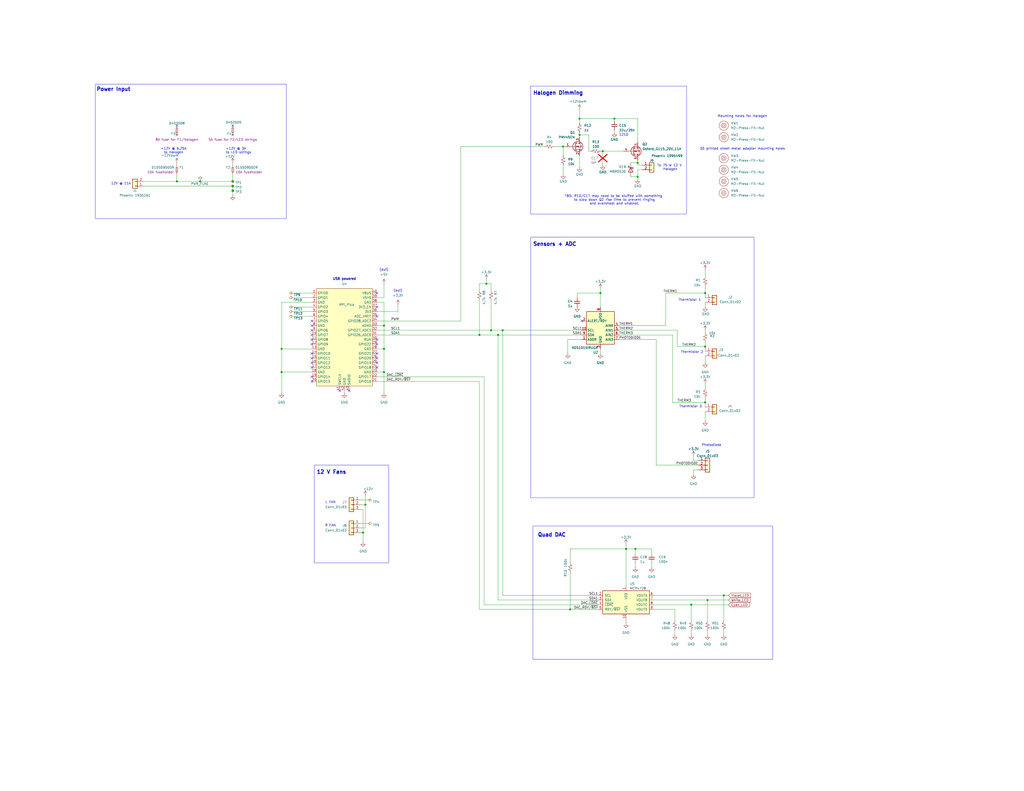
<source format=kicad_sch>
(kicad_sch (version 20250114) (generator "eeschema") (generator_version "9.0")
  (paper "C")
  (title_block (title "OreSat Solar Simulator") (date "2024-08-19") (rev "1.2"))
  (rectangle (start 52.07 45.974) (end 156.21 119.38))
  (rectangle (start 290.83 287.274) (end 421.64 360.045))
  (rectangle (start 289.56 129.54) (end 411.48 271.78))
  (rectangle (start 289.56 46.99) (end 374.65 116.84))
  (rectangle (start 171.45 254) (end 212.09 307.34))
  (text "+12V @ 6.25A\nto Halogen" (at 94.742 82.296 0) (effects (font (size 1.27 1.27))))
  (text "Photodiode" (at 393.7 243.84 0) (effects (font (size 1.27 1.27)) (justify right bottom)))
  (text "(out)" (at 217.17 158.75 0) (effects (font (size 1.27 1.27) (thickness 0.1588))))
  (text "Thermistor 1" (at 382.524 164.592 0) (effects (font (size 1.27 1.27)) (justify right bottom)))
  (text "Sensors + ADC" (at 290.83 134.62 0) (effects (font (size 2.032 2.032) (thickness 0.4064) (bold yes)) (justify left bottom)))
  (text "L FAN" (at 180.34 274.32 0) (effects (font (size 1.27 1.27))))
  (text "12 V Fans" (at 172.72 259.08 0) (effects (font (size 2.032 2.032) (thickness 0.4064) (bold yes)) (justify left bottom)))
  (text "3D printed sheet metal adapter mounting holes\n" (at 405.13 81.28 0) (effects (font (size 1.27 1.27))))
  (text "Halogen Dimming" (at 290.83 52.07 0) (effects (font (size 2.032 2.032) (thickness 0.4064) (bold yes)) (justify left bottom)))
  (text "TBD: R13/C17 may need to be stuffed with something \nto slow down Q2 rise time to prevent ringing\nand overshoot and whatnot." (at 335.28 109.22 0) (effects (font (size 1.27 1.27))))
  (text "Mounting holes for Halogen" (at 405.13 63.5 0) (effects (font (size 1.27 1.27))))
  (text "12V @ 11A" (at 66.04 100.33 0) (effects (font (size 1.27 1.27))))
  (text "To 75 W 12 V \nHalogen" (at 365.76 91.44 0) (effects (font (size 1.27 1.27))))
  (text "Quad DAC" (at 293.37 293.37 0) (effects (font (size 2.032 2.032) (thickness 0.4064) (bold yes)) (justify left bottom)))
  (text "+12V @ 3A\nto LED strings" (at 123.19 84.074 0) (effects (font (size 1.27 1.27)) (justify left bottom)))
  (text "Thermistor 3" (at 383.032 222.758 0) (effects (font (size 1.27 1.27)) (justify right bottom)))
  (text "Thermistor 2" (at 383.794 193.04 0) (effects (font (size 1.27 1.27)) (justify right bottom)))
  (text "Power Input" (at 52.578 50.038 0) (effects (font (size 2.032 2.032) (thickness 0.4064) (bold yes)) (justify left bottom)))
  (text "1210" (at 340.36 73.66 0) (effects (font (size 1.27 1.27))))
  (text "(out)" (at 209.55 147.32 0) (effects (font (size 1.27 1.27) (thickness 0.1588))))
  (text "R FAN" (at 180.34 287.02 0) (effects (font (size 1.27 1.27))))
  (text "USB powered" (at 187.96 152.4 0) (effects (font (size 1.27 1.27) (thickness 0.254) (bold yes))))
  (junction (at 335.28 64.77))
  (junction (at 328.93 82.55))
  (junction (at 316.23 64.77))
  (junction (at 109.22 99.06))
  (junction (at 341.63 299.72))
  (junction (at 384.81 189.23))
  (junction (at 153.67 190.5))
  (junction (at 316.23 73.66))
  (junction (at 327.66 160.02))
  (junction (at 377.19 330.2))
  (junction (at 307.34 80.01))
  (junction (at 346.71 299.72))
  (junction (at 199.39 275.59))
  (junction (at 271.78 182.88))
  (junction (at 274.32 180.34))
  (junction (at 384.81 219.71))
  (junction (at 127 101.6))
  (junction (at 311.15 332.74))
  (junction (at 209.55 203.2))
  (junction (at 265.43 154.94))
  (junction (at 384.81 160.02))
  (junction (at 261.62 182.88))
  (junction (at 209.55 190.5))
  (junction (at 347.98 88.9))
  (junction (at 127 99.06))
  (junction (at 153.67 203.2))
  (junction (at 394.97 325.12))
  (junction (at 386.08 327.66))
  (junction (at 198.12 290.83))
  (junction (at 96.52 99.06))
  (junction (at 209.55 177.8))
  (junction (at 127 104.14))
  (junction (at 347.98 96.52))
  (junction (at 267.97 180.34))
  (no_connect (at 205.74 172.72))
  (no_connect (at 205.74 160.02))
  (no_connect (at 205.74 193.04))
  (no_connect (at 127 68.58))
  (no_connect (at 170.18 193.04))
  (no_connect (at 170.18 182.88))
  (no_connect (at 96.52 73.66))
  (no_connect (at 96.52 68.58))
  (no_connect (at 170.18 180.34))
  (no_connect (at 205.74 195.58))
  (no_connect (at 127 73.66))
  (no_connect (at 170.18 200.66))
  (no_connect (at 317.5 175.26))
  (no_connect (at 205.74 198.12))
  (no_connect (at 170.18 205.74))
  (no_connect (at 170.18 187.96))
  (no_connect (at 190.5 213.36))
  (no_connect (at 170.18 208.28))
  (no_connect (at 205.74 187.96))
  (no_connect (at 170.18 195.58))
  (no_connect (at 170.18 177.8))
  (no_connect (at 170.18 198.12))
  (no_connect (at 205.74 167.64))
  (no_connect (at 170.18 175.26))
  (no_connect (at 205.74 185.42))
  (no_connect (at 170.18 185.42))
  (no_connect (at 185.42 213.36))
  (no_connect (at 205.74 200.66))
  (wire (pts (xy 153.67 203.2) (xy 170.18 203.2)))
  (wire (pts (xy 205.74 190.5) (xy 209.55 190.5)))
  (wire (pts (xy 369.57 189.23) (xy 369.57 180.34)))
  (wire (pts (xy 384.81 180.34) (xy 384.81 181.61)))
  (wire (pts (xy 347.98 96.52) (xy 347.98 97.79)))
  (wire (pts (xy 196.85 288.29) (xy 199.39 288.29)))
  (wire (pts (xy 394.97 325.12) (xy 397.51 325.12)))
  (wire (pts (xy 205.74 162.56) (xy 209.55 162.56)))
  (wire (pts (xy 158.75 167.64) (xy 170.18 167.64)))
  (wire (pts (xy 384.81 189.23) (xy 384.81 186.69)))
  (wire (pts (xy 205.74 177.8) (xy 209.55 177.8)))
  (wire (pts (xy 341.63 299.72) (xy 341.63 320.04)))
  (wire (pts (xy 158.75 162.56) (xy 170.18 162.56)))
  (wire (pts (xy 384.81 189.23) (xy 369.57 189.23)))
  (wire (pts (xy 311.15 299.72) (xy 341.63 299.72)))
  (wire (pts (xy 271.78 327.66) (xy 326.39 327.66)))
  (wire (pts (xy 274.32 180.34) (xy 317.5 180.34)))
  (wire (pts (xy 377.19 330.2) (xy 397.51 330.2)))
  (wire (pts (xy 187.96 213.36) (xy 187.96 214.63)))
  (wire (pts (xy 327.66 157.48) (xy 327.66 160.02)))
  (wire (pts (xy 271.78 182.88) (xy 271.78 327.66)))
  (wire (pts (xy 381 251.46) (xy 378.46 251.46)))
  (wire (pts (xy 384.81 165.1) (xy 384.81 167.64)))
  (wire (pts (xy 346.71 307.34) (xy 346.71 309.88)))
  (wire (pts (xy 367.03 182.88) (xy 337.82 182.88)))
  (wire (pts (xy 394.97 346.71) (xy 394.97 344.17)))
  (wire (pts (xy 205.74 182.88) (xy 261.62 182.88)))
  (wire (pts (xy 265.43 154.94) (xy 267.97 154.94)))
  (wire (pts (xy 274.32 325.12) (xy 326.39 325.12)))
  (wire (pts (xy 347.98 87.63) (xy 347.98 88.9)))
  (wire (pts (xy 251.46 80.01) (xy 297.18 80.01)))
  (wire (pts (xy 261.62 332.74) (xy 261.62 208.28)))
  (wire (pts (xy 327.66 190.5) (xy 327.66 193.04)))
  (wire (pts (xy 377.19 346.71) (xy 377.19 344.17)))
  (wire (pts (xy 355.6 299.72) (xy 346.71 299.72)))
  (wire (pts (xy 335.28 64.77) (xy 347.98 64.77)))
  (wire (pts (xy 316.23 64.77) (xy 316.23 67.31)))
  (wire (pts (xy 309.88 185.42) (xy 309.88 193.04)))
  (wire (pts (xy 158.75 172.72) (xy 170.18 172.72)))
  (wire (pts (xy 378.46 251.46) (xy 378.46 248.92)))
  (wire (pts (xy 96.52 88.9) (xy 96.52 90.17)))
  (wire (pts (xy 358.14 254) (xy 358.14 185.42)))
  (wire (pts (xy 327.66 160.02) (xy 314.96 160.02)))
  (wire (pts (xy 384.81 160.02) (xy 363.22 160.02)))
  (wire (pts (xy 265.43 152.4) (xy 265.43 154.94)))
  (wire (pts (xy 309.88 185.42) (xy 317.5 185.42)))
  (wire (pts (xy 356.87 330.2) (xy 377.19 330.2)))
  (wire (pts (xy 394.97 325.12) (xy 394.97 339.09)))
  (wire (pts (xy 261.62 154.94) (xy 265.43 154.94)))
  (wire (pts (xy 368.3 332.74) (xy 368.3 339.09)))
  (wire (pts (xy 377.19 330.2) (xy 377.19 339.09)))
  (wire (pts (xy 153.67 190.5) (xy 170.18 190.5)))
  (wire (pts (xy 314.96 162.56) (xy 314.96 160.02)))
  (wire (pts (xy 384.81 222.25) (xy 384.81 219.71)))
  (wire (pts (xy 158.75 160.02) (xy 170.18 160.02)))
  (wire (pts (xy 217.17 170.18) (xy 217.17 166.37)))
  (wire (pts (xy 356.87 325.12) (xy 394.97 325.12)))
  (wire (pts (xy 199.39 270.51) (xy 199.39 275.59)))
  (wire (pts (xy 378.46 256.54) (xy 381 256.54)))
  (wire (pts (xy 316.23 64.77) (xy 335.28 64.77)))
  (wire (pts (xy 384.81 209.55) (xy 384.81 212.09)))
  (wire (pts (xy 347.98 64.77) (xy 347.98 77.47)))
  (wire (pts (xy 205.74 170.18) (xy 217.17 170.18)))
  (wire (pts (xy 327.66 160.02) (xy 327.66 167.64)))
  (wire (pts (xy 205.74 208.28) (xy 261.62 208.28)))
  (wire (pts (xy 199.39 288.29) (xy 199.39 275.59)))
  (wire (pts (xy 205.74 175.26) (xy 251.46 175.26)))
  (wire (pts (xy 261.62 182.88) (xy 271.78 182.88)))
  (wire (pts (xy 307.34 90.17) (xy 307.34 95.25)))
  (wire (pts (xy 261.62 332.74) (xy 311.15 332.74)))
  (wire (pts (xy 261.62 154.94) (xy 261.62 158.75)))
  (wire (pts (xy 384.81 224.79) (xy 384.81 229.87)))
  (wire (pts (xy 316.23 59.69) (xy 316.23 64.77)))
  (wire (pts (xy 367.03 182.88) (xy 367.03 219.71)))
  (wire (pts (xy 328.93 88.9) (xy 328.93 90.17)))
  (wire (pts (xy 127 90.17) (xy 127 88.9)))
  (wire (pts (xy 264.16 330.2) (xy 326.39 330.2)))
  (wire (pts (xy 341.63 297.18) (xy 341.63 299.72)))
  (wire (pts (xy 358.14 185.42) (xy 337.82 185.42)))
  (wire (pts (xy 96.52 95.25) (xy 96.52 99.06)))
  (wire (pts (xy 347.98 90.17) (xy 350.52 90.17)))
  (wire (pts (xy 153.67 203.2) (xy 153.67 214.63)))
  (wire (pts (xy 170.18 165.1) (xy 153.67 165.1)))
  (wire (pts (xy 153.67 190.5) (xy 153.67 203.2)))
  (wire (pts (xy 209.55 203.2) (xy 209.55 190.5)))
  (wire (pts (xy 78.74 99.06) (xy 96.52 99.06)))
  (wire (pts (xy 344.17 96.52) (xy 347.98 96.52)))
  (wire (pts (xy 209.55 214.63) (xy 209.55 203.2)))
  (wire (pts (xy 267.97 180.34) (xy 274.32 180.34)))
  (wire (pts (xy 198.12 290.83) (xy 196.85 290.83)))
  (wire (pts (xy 267.97 158.75) (xy 267.97 154.94)))
  (wire (pts (xy 347.98 92.71) (xy 347.98 96.52)))
  (wire (pts (xy 251.46 175.26) (xy 251.46 80.01)))
  (wire (pts (xy 209.55 165.1) (xy 205.74 165.1)))
  (wire (pts (xy 127 104.14) (xy 127 106.68)))
  (wire (pts (xy 198.12 278.13) (xy 198.12 290.83)))
  (wire (pts (xy 346.71 302.26) (xy 346.71 299.72)))
  (wire (pts (xy 153.67 165.1) (xy 153.67 190.5)))
  (wire (pts (xy 308.61 80.01) (xy 307.34 80.01)))
  (wire (pts (xy 384.81 156.21) (xy 384.81 160.02)))
  (wire (pts (xy 264.16 330.2) (xy 264.16 205.74)))
  (wire (pts (xy 205.74 203.2) (xy 209.55 203.2)))
  (wire (pts (xy 344.17 88.9) (xy 347.98 88.9)))
  (wire (pts (xy 271.78 182.88) (xy 317.5 182.88)))
  (wire (pts (xy 302.26 80.01) (xy 307.34 80.01)))
  (wire (pts (xy 261.62 163.83) (xy 261.62 182.88)))
  (wire (pts (xy 386.08 346.71) (xy 386.08 344.17)))
  (wire (pts (xy 199.39 275.59) (xy 196.85 275.59)))
  (wire (pts (xy 205.74 180.34) (xy 267.97 180.34)))
  (wire (pts (xy 127 99.06) (xy 127 95.25)))
  (wire (pts (xy 384.81 147.32) (xy 384.81 151.13)))
  (wire (pts (xy 209.55 177.8) (xy 209.55 165.1)))
  (wire (pts (xy 328.93 82.55) (xy 328.93 83.82)))
  (wire (pts (xy 335.28 66.04) (xy 335.28 64.77)))
  (wire (pts (xy 109.22 99.06) (xy 127 99.06)))
  (wire (pts (xy 378.46 259.08) (xy 378.46 256.54)))
  (wire (pts (xy 209.55 190.5) (xy 209.55 177.8)))
  (wire (pts (xy 356.87 327.66) (xy 386.08 327.66)))
  (wire (pts (xy 328.93 82.55) (xy 327.66 82.55)))
  (wire (pts (xy 386.08 327.66) (xy 397.51 327.66)))
  (wire (pts (xy 307.34 80.01) (xy 307.34 85.09)))
  (wire (pts (xy 363.22 177.8) (xy 337.82 177.8)))
  (wire (pts (xy 196.85 285.75) (xy 201.93 285.75)))
  (wire (pts (xy 198.12 290.83) (xy 198.12 295.91)))
  (wire (pts (xy 127 101.6) (xy 127 104.14)))
  (wire (pts (xy 363.22 160.02) (xy 363.22 177.8)))
  (wire (pts (xy 316.23 72.39) (xy 316.23 73.66)))
  (wire (pts (xy 340.36 82.55) (xy 328.93 82.55)))
  (wire (pts (xy 96.52 99.06) (xy 109.22 99.06)))
  (wire (pts (xy 196.85 273.05) (xy 201.93 273.05)))
  (wire (pts (xy 321.31 82.55) (xy 322.58 82.55)))
  (wire (pts (xy 384.81 217.17) (xy 384.81 219.71)))
  (wire (pts (xy 335.28 72.39) (xy 335.28 71.12)))
  (wire (pts (xy 355.6 302.26) (xy 355.6 299.72)))
  (wire (pts (xy 311.15 299.72) (xy 311.15 307.34)))
  (wire (pts (xy 384.81 194.31) (xy 384.81 198.12)))
  (wire (pts (xy 356.87 332.74) (xy 368.3 332.74)))
  (wire (pts (xy 341.63 299.72) (xy 346.71 299.72)))
  (wire (pts (xy 369.57 180.34) (xy 337.82 180.34)))
  (wire (pts (xy 196.85 278.13) (xy 198.12 278.13)))
  (wire (pts (xy 368.3 346.71) (xy 368.3 344.17)))
  (wire (pts (xy 264.16 205.74) (xy 205.74 205.74)))
  (wire (pts (xy 355.6 307.34) (xy 355.6 309.88)))
  (wire (pts (xy 311.15 312.42) (xy 311.15 332.74)))
  (wire (pts (xy 316.23 73.66) (xy 316.23 74.93)))
  (wire (pts (xy 209.55 162.56) (xy 209.55 154.94)))
  (wire (pts (xy 78.74 101.6) (xy 127 101.6)))
  (wire (pts (xy 274.32 180.34) (xy 274.32 325.12)))
  (wire (pts (xy 311.15 332.74) (xy 326.39 332.74)))
  (wire (pts (xy 381 254) (xy 358.14 254)))
  (wire (pts (xy 321.31 82.55) (xy 321.31 73.66)))
  (wire (pts (xy 341.63 337.82) (xy 341.63 340.36)))
  (wire (pts (xy 316.23 73.66) (xy 321.31 73.66)))
  (wire (pts (xy 267.97 163.83) (xy 267.97 180.34)))
  (wire (pts (xy 347.98 88.9) (xy 347.98 90.17)))
  (wire (pts (xy 367.03 219.71) (xy 384.81 219.71)))
  (wire (pts (xy 384.81 189.23) (xy 384.81 191.77)))
  (wire (pts (xy 384.81 160.02) (xy 384.81 162.56)))
  (wire (pts (xy 347.98 92.71) (xy 350.52 92.71)))
  (wire (pts (xy 316.23 85.09) (xy 316.23 91.44)))
  (wire (pts (xy 158.75 170.18) (xy 170.18 170.18)))
  (wire (pts (xy 386.08 327.66) (xy 386.08 339.09)))
  (label "THERM3" (at 377.19 219.71 180))
  (label "THERM2" (at 337.82 180.34 0))
  (label "DAC_RDY{slash}~{BSY}" (at 326.39 332.74 180))
  (label "DAC_~{LDAC}" (at 326.39 330.2 180))
  (label "SDA1" (at 213.36 182.88 0))
  (label "PWM" (at 213.36 175.26 0))
  (label "THERM1" (at 369.57 160.02 180))
  (label "SCL1" (at 317.5 180.34 180))
  (label "PHOTODIODE" (at 337.82 185.42 0))
  (label "THERM3" (at 337.82 182.88 0))
  (label "SCL1" (at 213.36 180.34 0))
  (label "PHOTODIODE" (at 381 254 180))
  (label "THERM2" (at 379.73 189.23 180))
  (label "SDA1" (at 326.39 327.66 180))
  (label "SDA1" (at 317.5 182.88 180))
  (label "THERM1" (at 337.82 177.8 0))
  (label "DAC_RDY{slash}~{BSY}" (at 210.82 208.28 0))
  (label "PWM" (at 292.1 80.01 0))
  (label "DAC_~{LDAC}" (at 210.82 205.74 0))
  (label "SCL1" (at 326.39 325.12 180))
  (global_label "Cyan_LED" (shape input) (at 397.51 330.2 0) (property "Intersheetrefs" "${INTERSHEET_REFS}" (effects (hide yes))))
  (global_label "Violet_LED" (shape input) (at 397.51 325.12 0) (property "Intersheetrefs" "${INTERSHEET_REFS}" (effects (hide yes))))
  (global_label "White_LED" (shape input) (at 397.51 327.66 0) (property "Intersheetrefs" "${INTERSHEET_REFS}" (effects (hide yes))))
  (symbol (lib_id "oresat-misc:TestPoint-MinTH") (at 127 99.06 0) (unit 1)
    (property "Reference" "TP1" (at 128.27 99.695 0) (effects (justify left)))
    (property "Value" "TestPoint-MinTH" (effects (hide yes)))
    (property "Footprint" "oresat-misc:TestPoint-MinTH" (effects (hide yes)))
    (property "Distributor" "DigiKey " (effects (hide yes)))
  )
  (symbol (lib_id "power:GND") (at 346.71 309.88 0) (unit 1)
    (property "Reference" "#PWR044" (effects (hide yes)))
    (property "Value" "GND" (at 346.71 314.96 0))
    (property "Description" "Power symbol creates a global label with name \"GND\" , ground" (effects (hide yes)))
  )
  (symbol (lib_id "Device:Q_NMOS_GSD") (at 313.69 80.01 0) (unit 1)
    (property "Reference" "Q1" (at 311.15 72.39 0) (effects (justify left)))
    (property "Value" "PMV45EN" (at 304.8 74.93 0) (effects (justify left)))
    (property "Footprint" "Package_TO_SOT_SMD:SOT-23-3" (effects (hide yes)))
    (property "Datasheet" "https://assets.nexperia.com/documents/data-sheet/PMV45EN2.pdf" (effects (hide yes)))
    (property "Description" "N-MOSFET transistor, gate/source/drain" (effects (hide yes)))
    (property "DPN" "1727-2307-1-ND" (effects (hide yes)))
    (property "Distributor" "DigiKey" (effects (hide yes)))
    (property "MFR" "Nexperia USA Inc." (effects (hide yes)))
    (property "MPN" "PMV45EN2R" (effects (hide yes)))
  )
  (symbol (lib_id "power:+12V") (at 96.52 88.9 0) (unit 1)
    (property "Reference" "#PWR09" (effects (hide yes)))
    (property "Value" "+12Vpwm" (at 92.71 84.836 0))
    (property "Description" "Power symbol creates a global label with name \"+12V\"" (effects (hide yes)))
  )
  (symbol (lib_id "Device:R_Small_US") (at 299.72 80.01 90) (unit 1)
    (property "Reference" "R4" (at 299.72 74.93 90))
    (property "Value" "100" (at 299.72 77.47 90))
    (property "Footprint" "oresat-passives:0603-C-NOSILK" (effects (hide yes)))
    (property "Datasheet" "https://www.yageo.com/upload/media/product/products/datasheet/rchip/PYu-RC_Group_51_RoHS_L_12.pdf" (effects (hide yes)))
    (property "Description" "100 Ohms ±5% 0.1W, 1/10W Chip Resistor 0603 (1608 Metric) Moisture Resistant Thick Film" (effects (hide yes)))
    (property "DPN" "311-100GRCT-ND" (effects (hide yes)))
    (property "Distributor" "DigiKey" (effects (hide yes)))
    (property "MFR" "Yageo" (effects (hide yes)))
    (property "MPN" "RC0603JR-07100RL" (effects (hide yes)))
  )
  (symbol (lib_id "Device:R_Small_US") (at 316.23 69.85 0) (unit 1)
    (property "Reference" "R12" (at 318.77 68.5799 0) (effects (justify left)))
    (property "Value" "1k" (at 318.77 71.1199 0) (effects (justify left)))
    (property "Footprint" "oresat-passives:0603-C-NOSILK" (effects (hide yes)))
    (property "Description" "Resistor, small US symbol" (effects (hide yes)))
    (property "DPN" "311-1.00KHRCT-ND" (effects (hide yes)))
    (property "Distributor" "DigiKey" (effects (hide yes)))
    (property "MFR" "Yageo" (effects (hide yes)))
    (property "MPN" "RC0603FR-071KL" (effects (hide yes)))
  )
  (symbol (lib_id "oresat-transistors:Goford_G11S_20V_11A") (at 345.44 82.55 0) (mirror x) (unit 1)
    (property "Reference" "Q2" (at 350.52 78.74 0) (effects (justify left)))
    (property "Value" "Goford_G11S_20V_11A" (at 350.52 81.28 0) (effects (justify left)))
    (property "Footprint" "Package_SO:SOP-8_3.9x4.9mm_P1.27mm" (effects (hide yes)))
    (property "Datasheet" "https://www.gofordsemi.com/upload/cn/propdf/G11S.pdf" (effects (hide yes)))
    (property "Description" "P-MOSFET transistor, source/gate/drain" (effects (hide yes)))
    (property "DPN" "3141-G11SCT-ND" (effects (hide yes)))
    (property "Distributor" "DigiKey" (effects (hide yes)))
    (property "MFR" "Goford Semiconductor" (effects (hide yes)))
    (property "MPN" "G11S" (effects (hide yes)))
  )
  (symbol (lib_id "Connector_Generic:Conn_01x02") (at 355.6 90.17 0) (unit 1)
    (property "Reference" "J6" (at 355.6 87.63 0))
    (property "Value" "Phoenix 1995499" (at 363.982 85.09 0))
    (property "Footprint" "TerminalBlock_Phoenix:TerminalBlock_Phoenix_PT-1,5-2-5.0-H_1x02_P5.00mm_Horizontal" (effects (hide yes)))
    (property "Sim.Device" "R" (effects (hide yes)))
    (property "Sim.Pins" "1=+ 2=-" (effects (hide yes)))
    (property "Sim.Params" "r=\"\"" (effects (hide yes)))
    (property "DPN" "277-6718-ND" (effects (hide yes)))
    (property "Distributor" "DigiKey" (effects (hide yes)))
    (property "MPN" "1995499" (effects (hide yes)))
    (property "MFR" "Phoenix Contact" (effects (hide yes)))
  )
  (symbol (lib_id "oresat-misc:M2-Press-Fit-Nut") (at 394.97 92.71 0) (unit 1)
    (property "Reference" "HW4" (at 398.78 91.4399 0) (effects (justify left)))
    (property "Value" "M2-Press-Fit-Nut" (at 398.78 93.9799 0) (effects (justify left)))
    (property "Footprint" "oresat-misc:M2-Press-Fit-Nut" (effects (hide yes)))
  )
  (symbol (lib_id "oresat-misc:M2-Press-Fit-Nut") (at 394.97 86.36 0) (unit 1)
    (property "Reference" "HW3" (at 398.78 85.0899 0) (effects (justify left)))
    (property "Value" "M2-Press-Fit-Nut" (at 398.78 87.6299 0) (effects (justify left)))
    (property "Footprint" "oresat-misc:M2-Press-Fit-Nut" (effects (hide yes)))
  )
  (symbol (lib_id "Device:Fuse_Small") (at 127 71.12 90) (unit 1) (on_board no)
    (property "Reference" "F4" (at 125.095 73.025 90))
    (property "Value" "0452005" (at 127.508 66.802 90))
    (property "Footprint" "Fuse:Fuseholder_Littelfuse_Nano2_154x" (effects (hide yes)))
    (property "Datasheet" "https://www.littelfuse.com/media?resourcetype=datasheets&itemid=8c87aa93-80a7-4ea8-8749-a19ba03901c2&filename=littelfuse-fuse-452-454-datasheet" (effects (hide yes)))
    (property "Description" "5A fuse for F2/LED strings" (at 127 76.2 90))
    (property "DPN" "F2607CT-ND" (effects (hide yes)))
    (property "Distributor" "DigiKey" (effects (hide yes)))
    (property "MFR" "Littelfuse Inc." (effects (hide yes)))
    (property "MPN" "0452005.MRL" (effects (hide yes)))
  )
  (symbol (lib_id "power:GND") (at 368.3 346.71 0) (mirror y) (unit 1)
    (property "Reference" "#PWR051" (effects (hide yes)))
    (property "Value" "GND" (at 368.3 351.79 0))
    (property "Description" "Power symbol creates a global label with name \"GND\" , ground" (effects (hide yes)))
  )
  (symbol (lib_id "power:GND") (at 328.93 90.17 0) (unit 1)
    (property "Reference" "#PWR038" (effects (hide yes)))
    (property "Value" "GND" (at 328.93 93.98 0))
    (property "Description" "Power symbol creates a global label with name \"GND\" , ground" (effects (hide yes)))
  )
  (symbol (lib_id "power:GND") (at 327.66 193.04 0) (mirror y) (unit 1)
    (property "Reference" "#PWR026" (effects (hide yes)))
    (property "Value" "GND" (at 327.66 198.12 0))
    (property "Description" "Power symbol creates a global label with name \"GND\" , ground" (effects (hide yes)))
  )
  (symbol (lib_id "Analog_ADC:ADS1015IDGS") (at 327.66 180.34 0) (mirror y) (unit 1)
    (property "Reference" "U2" (at 326.39 192.405 0) (effects (justify left)))
    (property "Value" "ADS1015IRUGR" (at 326.39 189.865 0) (effects (justify left)))
    (property "Footprint" "Package_DFN_QFN:Texas_R-PUQFN-N10" (effects (hide yes)))
    (property "Datasheet" "http://www.ti.com/lit/ds/symlink/ads1015.pdf" (effects (hide yes)))
    (property "DPN" "296-43557-1-ND" (effects (hide yes)))
    (property "Distributor" "DigiKey" (effects (hide yes)))
    (property "MFR" "Texas Instruments" (effects (hide yes)))
    (property "MPN" "ADS1015IRUGR" (effects (hide yes)))
  )
  (symbol (lib_id "oresat-misc:TestPoint-MinTH") (at 201.93 273.05 0) (unit 1)
    (property "Reference" "TP4" (at 203.454 274.066 0) (effects (justify left)))
    (property "Value" "TestPoint-MinTH" (effects (hide yes)))
    (property "Footprint" "oresat-misc:TestPoint-MinTH" (effects (hide yes)))
    (property "Distributor" "DigiKey " (effects (hide yes)))
  )
  (symbol (lib_id "power:+12V") (at 199.39 270.51 0) (mirror y) (unit 1)
    (property "Reference" "#PWR08" (effects (hide yes)))
    (property "Value" "+12V" (at 200.914 266.954 0))
    (property "Description" "Power symbol creates a global label with name \"+12V\"" (effects (hide yes)))
  )
  (symbol (lib_id "oresat-misc:M2-Press-Fit-Nut") (at 394.97 74.93 0) (unit 1)
    (property "Reference" "HW2" (at 398.78 73.6599 0) (effects (justify left)))
    (property "Value" "M2-Press-Fit-Nut" (at 398.78 76.1999 0) (effects (justify left)))
    (property "Footprint" "oresat-misc:M2-Press-Fit-Nut" (effects (hide yes)))
  )
  (symbol (lib_id "oresat-misc:TestPoint-MinTH") (at 127 104.14 0) (unit 1)
    (property "Reference" "TP3" (at 128.27 104.775 0) (effects (justify left)))
    (property "Value" "TestPoint-MinTH" (effects (hide yes)))
    (property "Footprint" "oresat-misc:TestPoint-MinTH" (effects (hide yes)))
    (property "Distributor" "DigiKey " (effects (hide yes)))
  )
  (symbol (lib_id "power:+3.3V") (at 217.17 166.37 0) (unit 1)
    (property "Reference" "#PWR05" (effects (hide yes)))
    (property "Value" "+3.3V" (at 217.17 161.29 0))
    (property "Description" "Power symbol creates a global label with name \"+3.3V\"" (effects (hide yes)))
  )
  (symbol (lib_id "Connector_Generic:Conn_01x03") (at 191.77 275.59 0) (mirror y) (unit 1)
    (property "Reference" "J7" (at 189.23 274.3199 0) (effects (justify left)))
    (property "Value" "Conn_01x03" (at 189.23 276.8599 0) (effects (justify left)))
    (property "Footprint" "Connector_PinHeader_2.54mm:PinHeader_1x03_P2.54mm_Vertical" (effects (hide yes)))
    (property "Description" "Generic connector, single row, 01x03, script generated (kicad-library-utils/schlib/autogen/connector/)" (effects (hide yes)))
  )
  (symbol (lib_id "Analog_DAC:MCP4728") (at 341.63 327.66 0) (unit 1)
    (property "Reference" "U5" (at 343.5859 318.77 0) (effects (justify left)))
    (property "Value" "MCP4728" (at 343.5859 321.31 0) (effects (justify left)))
    (property "Footprint" "Package_SO:MSOP-10_3x3mm_P0.5mm" (effects (hide yes)))
    (property "Datasheet" "http://ww1.microchip.com/downloads/en/DeviceDoc/22187E.pdf" (effects (hide yes)))
    (property "DPN" "MCP4728-E/UN-ND" (effects (hide yes)))
    (property "MFR" "Microchip Technology" (effects (hide yes)))
    (property "MPN" "MCP4728-E/UN" (effects (hide yes)))
  )
  (symbol (lib_id "power:GND") (at 341.63 340.36 0) (unit 1)
    (property "Reference" "#PWR040" (effects (hide yes)))
    (property "Value" "GND" (at 341.63 345.44 0))
    (property "Description" "Power symbol creates a global label with name \"GND\" , ground" (effects (hide yes)))
  )
  (symbol (lib_id "power:+3.3V") (at 265.43 152.4 0) (unit 1)
    (property "Reference" "#PWR06" (effects (hide yes)))
    (property "Value" "+3.3V" (at 265.43 148.59 0))
    (property "Description" "Power symbol creates a global label with name \"+3.3V\"" (effects (hide yes)))
  )
  (symbol (lib_id "Device:R_Small_US") (at 261.62 161.29 0) (unit 1)
    (property "Reference" "R8" (at 264.16 161.29 90) (effects (justify left)))
    (property "Value" "4.7k" (at 264.16 166.37 90) (effects (justify left)))
    (property "Footprint" "oresat-passives:0603-C-NOSILK" (effects (hide yes)))
    (property "DPN" "311-4.70KHRCT-ND" (effects (hide yes)))
    (property "Distributor" "DigiKey" (effects (hide yes)))
    (property "MFR" "Yageo" (effects (hide yes)))
    (property "MPN" "RC0603FR-074K7L" (effects (hide yes)))
  )
  (symbol (lib_id "Device:R_Small_US") (at 394.97 341.63 0) (mirror y) (unit 1)
    (property "Reference" "R51" (at 392.43 340.3599 0) (effects (justify left)))
    (property "Value" "100k" (at 392.43 342.8999 0) (effects (justify left)))
    (property "Footprint" "oresat-passives:0603-C-NOSILK" (effects (hide yes)))
    (property "Description" "Resistor, small US symbol" (effects (hide yes)))
    (property "DPN" "311-100KHRCT-ND" (effects (hide yes)))
    (property "Distributor" "DigiKey" (effects (hide yes)))
    (property "MFR" "Yageo" (effects (hide yes)))
    (property "MPN" "RC0603FR-07100KL" (effects (hide yes)))
  )
  (symbol (lib_id "power:GND") (at 314.96 167.64 0) (mirror y) (unit 1)
    (property "Reference" "#PWR019" (effects (hide yes)))
    (property "Value" "GND" (at 314.96 172.72 0))
    (property "Description" "Power symbol creates a global label with name \"GND\" , ground" (effects (hide yes)))
  )
  (symbol (lib_id "oresat-misc:TestPoint-MinTH") (at 201.93 285.75 0) (unit 1)
    (property "Reference" "TP5" (at 203.454 286.766 0) (effects (justify left)))
    (property "Value" "TestPoint-MinTH" (effects (hide yes)))
    (property "Footprint" "oresat-misc:TestPoint-MinTH" (effects (hide yes)))
    (property "Distributor" "DigiKey " (effects (hide yes)))
  )
  (symbol (lib_id "power:GND") (at 347.98 97.79 0) (unit 1)
    (property "Reference" "#PWR047" (effects (hide yes)))
    (property "Value" "GND" (at 347.98 101.6 0))
    (property "Description" "Power symbol creates a global label with name \"GND\" , ground" (effects (hide yes)))
  )
  (symbol (lib_id "Connector_Generic:Conn_01x02") (at 389.89 162.56 0) (unit 1)
    (property "Reference" "J2" (at 398.526 162.306 0))
    (property "Value" "Conn_01x02" (at 398.526 164.846 0))
    (property "Footprint" "Connector_PinHeader_2.54mm:PinHeader_1x02_P2.54mm_Vertical" (effects (hide yes)))
    (property "Distributor" "DigiKey" (effects (hide yes)))
  )
  (symbol (lib_id "power:+3.3V") (at 327.66 157.48 0) (mirror y) (unit 1)
    (property "Reference" "#PWR024" (effects (hide yes)))
    (property "Value" "+3.3V" (at 327.66 153.67 0))
    (property "Description" "Power symbol creates a global label with name \"+3.3V\"" (effects (hide yes)))
  )
  (symbol (lib_id "Device:C_Small") (at 346.71 304.8 0) (unit 1)
    (property "Reference" "C18" (at 349.25 304.1713 0) (effects (justify left)))
    (property "Value" "1u" (at 349.25 306.7113 0) (effects (justify left)))
    (property "Footprint" "oresat-passives:0603-C-NOSILK" (effects (hide yes)))
    (property "DPN" "311-1446-1-ND" (effects (hide yes)))
    (property "Distributor" "DigiKey" (effects (hide yes)))
    (property "MFR" "Yageo" (effects (hide yes)))
    (property "MPN" "CC0603KRX7R7BB105 " (effects (hide yes)))
  )
  (symbol (lib_id "power:+3.3V") (at 384.81 180.34 0) (mirror y) (unit 1)
    (property "Reference" "#PWR059" (effects (hide yes)))
    (property "Value" "+3.3V" (at 384.81 176.53 0))
    (property "Description" "Power symbol creates a global label with name \"+3.3V\"" (effects (hide yes)))
  )
  (symbol (lib_id "oresat-misc:M2-Press-Fit-Nut") (at 394.97 68.58 0) (unit 1)
    (property "Reference" "HW1" (at 398.78 67.3099 0) (effects (justify left)))
    (property "Value" "M2-Press-Fit-Nut" (at 398.78 69.8499 0) (effects (justify left)))
    (property "Footprint" "oresat-misc:M2-Press-Fit-Nut" (effects (hide yes)))
  )
  (symbol (lib_id "power:GND") (at 198.12 295.91 0) (mirror y) (unit 1)
    (property "Reference" "#PWR07" (effects (hide yes)))
    (property "Value" "GND" (at 198.12 300.99 0))
    (property "Description" "Power symbol creates a global label with name \"GND\" , ground" (effects (hide yes)))
  )
  (symbol (lib_id "Device:R_Small_US") (at 368.3 341.63 0) (mirror y) (unit 1)
    (property "Reference" "R48" (at 365.76 340.3599 0) (effects (justify left)))
    (property "Value" "100k" (at 365.76 342.8999 0) (effects (justify left)))
    (property "Footprint" "oresat-passives:0603-C-NOSILK" (effects (hide yes)))
    (property "Description" "Resistor, small US symbol" (effects (hide yes)))
    (property "DPN" "311-100KHRCT-ND" (effects (hide yes)))
    (property "Distributor" "DigiKey" (effects (hide yes)))
    (property "MFR" "Yageo" (effects (hide yes)))
    (property "MPN" "RC0603FR-07100KL" (effects (hide yes)))
  )
  (symbol (lib_id "Device:C_Small") (at 328.93 86.36 0) (unit 1) (in_bom no) (dnp yes)
    (property "Reference" "C17" (at 322.58 86.36 0) (effects (justify left)))
    (property "Value" "NP" (at 322.58 88.9 0) (effects (justify left)))
    (property "Footprint" "oresat-passives:0603-C-NOSILK" (effects (hide yes)))
    (property "Description" "Unpolarized capacitor, small symbol" (effects (hide yes)))
    (property "Distributor" "DigiKey" (effects (hide yes)))
  )
  (symbol (lib_id "oresat-misc:TestPoint-MinTH") (at 127 101.6 0) (unit 1)
    (property "Reference" "TP2" (at 128.27 102.235 0) (effects (justify left)))
    (property "Value" "TestPoint-MinTH" (effects (hide yes)))
    (property "Footprint" "oresat-misc:TestPoint-MinTH" (effects (hide yes)))
    (property "Distributor" "DigiKey " (effects (hide yes)))
  )
  (symbol (lib_id "oresat-misc:TestPoint-MinTH") (at 158.75 167.64 0) (unit 1)
    (property "Reference" "TP11" (at 160.274 168.656 0) (effects (justify left)))
    (property "Value" "TestPoint-MinTH" (effects (hide yes)))
    (property "Footprint" "oresat-misc:TestPoint-MinTH" (effects (hide yes)))
    (property "Distributor" "DigiKey " (effects (hide yes)))
  )
  (symbol (lib_id "power:+3.3V") (at 341.63 297.18 0) (unit 1)
    (property "Reference" "#PWR039" (effects (hide yes)))
    (property "Value" "+3.3V" (at 341.63 293.37 0))
    (property "Description" "Power symbol creates a global label with name \"+3.3V\"" (effects (hide yes)))
  )
  (symbol (lib_id "power:+3.3V") (at 378.46 248.92 0) (mirror y) (unit 1)
    (property "Reference" "#PWR054" (effects (hide yes)))
    (property "Value" "+3.3V" (at 378.46 245.11 0))
    (property "Description" "Power symbol creates a global label with name \"+3.3V\"" (effects (hide yes)))
  )
  (symbol (lib_id "power:GND") (at 384.81 198.12 0) (mirror y) (unit 1)
    (property "Reference" "#PWR063" (effects (hide yes)))
    (property "Value" "GND" (at 384.81 203.2 0))
    (property "Description" "Power symbol creates a global label with name \"GND\" , ground" (effects (hide yes)))
  )
  (symbol (lib_id "power:GND") (at 316.23 91.44 0) (unit 1)
    (property "Reference" "#PWR023" (effects (hide yes)))
    (property "Value" "GND" (at 316.23 95.25 0))
    (property "Description" "Power symbol creates a global label with name \"GND\" , ground" (effects (hide yes)))
  )
  (symbol (lib_id "oresat-misc:TestPoint-MinTH") (at 158.75 170.18 0) (unit 1)
    (property "Reference" "TP12" (at 160.274 171.196 0) (effects (justify left)))
    (property "Value" "TestPoint-MinTH" (effects (hide yes)))
    (property "Footprint" "oresat-misc:TestPoint-MinTH" (effects (hide yes)))
    (property "Distributor" "DigiKey " (effects (hide yes)))
  )
  (symbol (lib_id "Device:C_Small") (at 335.28 68.58 0) (unit 1)
    (property "Reference" "C15" (at 337.82 68.58 0) (effects (justify left)))
    (property "Value" "22u/25V" (at 337.82 71.12 0) (effects (justify left)))
    (property "Footprint" "Capacitor_SMD:C_1210_3225Metric" (effects (hide yes)))
    (property "DPN" "1276-3392-1-ND" (effects (hide yes)))
    (property "Distributor" "DigiKey" (effects (hide yes)))
    (property "MFR" "Samsung Electro-Mechanics" (effects (hide yes)))
    (property "MPN" "CL32B226KAJNNNE" (effects (hide yes)))
  )
  (symbol (lib_id "oresat-misc:RPi_Pico") (at 186.69 184.15 0) (unit 1)
    (property "Reference" "U4" (at 187.96 154.94 0))
    (property "Value" "RPi_Pico" (at 189.23 166.37 0))
    (property "Footprint" "oresat-misc:Raspberry Pi Pico Castellated" (effects (hide yes)))
    (property "Datasheet" "https://datasheets.raspberrypi.com/pico/pico-datasheet.pdf?_gl=1*xp7iih*_ga*MTgxOTgwNDgwMi4xNzA2MDU0MzY3*_ga_22FD70LWDS*MTcwNjA1NDM2Ny4xLjEuMTcwNjA1NDYyOC4wLjAuMA.." (effects (hide yes)))
    (property "DPN" "2648-SC0917-ND" (effects (hide yes)))
    (property "Distributor" "DigiKey" (effects (hide yes)))
    (property "MFR" "Raspberry Pi" (effects (hide yes)))
    (property "MPN" "SC0917" (effects (hide yes)))
  )
  (symbol (lib_id "Device:R_Small_US") (at 377.19 341.63 0) (mirror y) (unit 1)
    (property "Reference" "R49" (at 374.65 340.3599 0) (effects (justify left)))
    (property "Value" "100k" (at 374.65 342.8999 0) (effects (justify left)))
    (property "Footprint" "oresat-passives:0603-C-NOSILK" (effects (hide yes)))
    (property "Description" "Resistor, small US symbol" (effects (hide yes)))
    (property "DPN" "311-100KHRCT-ND" (effects (hide yes)))
    (property "Distributor" "DigiKey" (effects (hide yes)))
    (property "MFR" "Yageo" (effects (hide yes)))
    (property "MPN" "RC0603FR-07100KL" (effects (hide yes)))
  )
  (symbol (lib_id "power:PWR_FLAG") (at 109.22 99.06 0) (unit 1)
    (property "Reference" "#FLG01" (effects (hide yes)))
    (property "Value" "PWR_FLAG" (at 108.966 100.33 0))
    (property "Description" "Special symbol for telling ERC where power comes from" (effects (hide yes)))
  )
  (symbol (lib_id "Device:R_Small_US") (at 384.81 184.15 0) (unit 1)
    (property "Reference" "R2" (at 387.35 183.515 0) (effects (justify left)))
    (property "Value" "10k" (at 386.842 181.864 0) (effects (justify left)))
    (property "Footprint" "oresat-passives:0603-C-NOSILK" (effects (hide yes)))
    (property "DPN" "311-10.0KHRCT-ND" (effects (hide yes)))
    (property "Distributor" "DigiKey" (effects (hide yes)))
    (property "MFR" "Yageo" (effects (hide yes)))
    (property "MPN" "RC0603FR-0710KL" (effects (hide yes)))
  )
  (symbol (lib_id "power:GND") (at 209.55 214.63 0) (unit 1)
    (property "Reference" "#PWR04" (effects (hide yes)))
    (property "Value" "GND" (at 209.55 219.71 0))
    (property "Description" "Power symbol creates a global label with name \"GND\" , ground" (effects (hide yes)))
  )
  (symbol (lib_id "power:+3.3V") (at 384.81 209.55 0) (mirror y) (unit 1)
    (property "Reference" "#PWR064" (effects (hide yes)))
    (property "Value" "+3.3V" (at 384.81 205.74 0))
    (property "Description" "Power symbol creates a global label with name \"+3.3V\"" (effects (hide yes)))
  )
  (symbol (lib_id "Connector_Generic:Conn_01x02") (at 73.66 101.6 180) (unit 1)
    (property "Reference" "J1" (at 73.66 104.14 0))
    (property "Value" "Phoenix 1935161" (at 73.66 106.68 0))
    (property "Footprint" "TerminalBlock_Phoenix:TerminalBlock_Phoenix_PT-1,5-2-5.0-H_1x02_P5.00mm_Horizontal" (effects (hide yes)))
    (property "Datasheet" "https://mm.digikey.com/Volume0/opasdata/d220001/medias/docus/909/1935161.pdf" (effects (hide yes)))
    (property "Description" "1935161" (effects (hide yes)))
    (property "DPN" "277-1667-ND" (effects (hide yes)))
    (property "Distributor" "DigiKey" (effects (hide yes)))
    (property "MFR" "Phoenix Contact" (effects (hide yes)))
    (property "MPN" "1935161" (effects (hide yes)))
  )
  (symbol (lib_id "Device:Fuse_Small") (at 96.52 71.12 90) (unit 1) (on_board no)
    (property "Reference" "F3" (at 94.615 73.025 90))
    (property "Value" "0452008" (at 96.52 67.31 90))
    (property "Datasheet" "https://www.littelfuse.com/media?resourcetype=datasheets&itemid=8c87aa93-80a7-4ea8-8749-a19ba03901c2&filename=littelfuse-fuse-452-454-datasheet" (effects (hide yes)))
    (property "Description" "8A fuse for F1/Halogen" (at 96.52 76.2 90))
    (property "DPN" "F4172CT-ND" (effects (hide yes)))
    (property "Distributor" "DigiKey" (effects (hide yes)))
    (property "MFR" "Littelfuse Inc." (effects (hide yes)))
    (property "MPN" "0452008.MRL" (effects (hide yes)))
  )
  (symbol (lib_id "power:GND") (at 384.81 229.87 0) (mirror y) (unit 1)
    (property "Reference" "#PWR065" (effects (hide yes)))
    (property "Value" "GND" (at 384.81 234.95 0))
    (property "Description" "Power symbol creates a global label with name \"GND\" , ground" (effects (hide yes)))
  )
  (symbol (lib_id "oresat-misc:TestPoint-MinTH") (at 158.75 162.56 0) (unit 1)
    (property "Reference" "TP10" (at 160.02 163.83 0) (effects (justify left)))
    (property "Value" "TestPoint-MinTH" (effects (hide yes)))
    (property "Footprint" "oresat-misc:TestPoint-MinTH" (effects (hide yes)))
    (property "Distributor" "DigiKey " (effects (hide yes)))
  )
  (symbol (lib_id "power:GND") (at 307.34 95.25 0) (unit 1)
    (property "Reference" "#PWR017" (effects (hide yes)))
    (property "Value" "GND" (at 307.34 99.06 0))
    (property "Description" "Power symbol creates a global label with name \"GND\" , ground" (effects (hide yes)))
  )
  (symbol (lib_id "Device:R_Small_US") (at 384.81 214.63 0) (mirror y) (unit 1)
    (property "Reference" "R3" (at 382.27 213.995 0) (effects (justify left)))
    (property "Value" "10k" (at 382.27 216.535 0) (effects (justify left)))
    (property "Footprint" "oresat-passives:0603-C-NOSILK" (effects (hide yes)))
    (property "DPN" "311-10.0KHRCT-ND" (effects (hide yes)))
    (property "Distributor" "DigiKey" (effects (hide yes)))
    (property "MFR" "Yageo" (effects (hide yes)))
    (property "MPN" "RC0603FR-0710KL" (effects (hide yes)))
  )
  (symbol (lib_id "Device:C_Small") (at 355.6 304.8 0) (unit 1)
    (property "Reference" "C19" (at 359.41 304.1713 0) (effects (justify left)))
    (property "Value" "100n" (at 359.41 306.7113 0) (effects (justify left)))
    (property "Footprint" "oresat-passives:0603-C-NOSILK" (effects (hide yes)))
    (property "DPN" "490-6328-1-ND" (effects (hide yes)))
    (property "Distributor" "DigiKey" (effects (hide yes)))
    (property "MFR" "Murata Electronics" (effects (hide yes)))
    (property "MPN" "GRM155R71C104KA88J" (effects (hide yes)))
  )
  (symbol (lib_id "Device:R_Small_US") (at 384.81 153.67 0) (mirror y) (unit 1)
    (property "Reference" "R1" (at 382.27 153.035 0) (effects (justify left)))
    (property "Value" "10k" (at 382.27 155.702 0) (effects (justify left)))
    (property "Footprint" "oresat-passives:0603-C-NOSILK" (effects (hide yes)))
    (property "DPN" "311-10.0KHRCT-ND" (effects (hide yes)))
    (property "Distributor" "DigiKey" (effects (hide yes)))
    (property "MFR" "Yageo" (effects (hide yes)))
    (property "MPN" "RC0603FR-0710KL" (effects (hide yes)))
  )
  (symbol (lib_id "power:+12V") (at 316.23 59.69 0) (unit 1)
    (property "Reference" "#PWR022" (effects (hide yes)))
    (property "Value" "+12Vpwm" (at 315.468 55.372 0))
    (property "Description" "Power symbol creates a global label with name \"+12V\"" (effects (hide yes)))
  )
  (symbol (lib_id "power:GND") (at 309.88 193.04 0) (mirror y) (unit 1)
    (property "Reference" "#PWR018" (effects (hide yes)))
    (property "Value" "GND" (at 309.88 198.12 0))
    (property "Description" "Power symbol creates a global label with name \"GND\" , ground" (effects (hide yes)))
  )
  (symbol (lib_id "power:+5V") (at 209.55 154.94 0) (unit 1)
    (property "Reference" "#PWR03" (effects (hide yes)))
    (property "Value" "+5V" (at 209.55 149.86 0))
    (property "Description" "Power symbol creates a global label with name \"+5V\"" (effects (hide yes)))
  )
  (symbol (lib_id "oresat-misc:M2-Press-Fit-Nut") (at 394.97 105.41 0) (unit 1)
    (property "Reference" "HW6" (at 398.78 104.1399 0) (effects (justify left)))
    (property "Value" "M2-Press-Fit-Nut" (at 398.78 106.6799 0) (effects (justify left)))
    (property "Footprint" "oresat-misc:M2-Press-Fit-Nut" (effects (hide yes)))
  )
  (symbol (lib_id "Device:R_Small_US") (at 307.34 87.63 0) (unit 1)
    (property "Reference" "R9" (at 309.88 86.995 0) (effects (justify left)))
    (property "Value" "10k" (at 309.88 89.535 0) (effects (justify left)))
    (property "Footprint" "oresat-passives:0603-C-NOSILK" (effects (hide yes)))
    (property "DPN" "311-10.0KHRCT-ND" (effects (hide yes)))
    (property "Distributor" "DigiKey" (effects (hide yes)))
    (property "MFR" "Yageo" (effects (hide yes)))
    (property "MPN" "RC0603FR-0710KL" (effects (hide yes)))
  )
  (symbol (lib_id "Device:R_Small_US") (at 267.97 161.29 0) (unit 1)
    (property "Reference" "R7" (at 270.51 161.29 90) (effects (justify left)))
    (property "Value" "4.7k" (at 270.51 166.37 90) (effects (justify left)))
    (property "Footprint" "oresat-passives:0603-C-NOSILK" (effects (hide yes)))
    (property "DPN" "311-4.70KHRCT-ND" (effects (hide yes)))
    (property "Distributor" "DigiKey" (effects (hide yes)))
    (property "MFR" "Yageo" (effects (hide yes)))
    (property "MPN" "RC0603FR-074K7L" (effects (hide yes)))
  )
  (symbol (lib_id "power:+3.3V") (at 384.81 147.32 0) (mirror y) (unit 1)
    (property "Reference" "#PWR056" (effects (hide yes)))
    (property "Value" "+3.3V" (at 384.81 143.51 0))
    (property "Description" "Power symbol creates a global label with name \"+3.3V\"" (effects (hide yes)))
  )
  (symbol (lib_id "oresat-misc:M2-Press-Fit-Nut") (at 394.97 99.06 0) (unit 1)
    (property "Reference" "HW5" (at 398.78 97.7899 0) (effects (justify left)))
    (property "Value" "M2-Press-Fit-Nut" (at 398.78 100.3299 0) (effects (justify left)))
    (property "Footprint" "oresat-misc:M2-Press-Fit-Nut" (effects (hide yes)))
  )
  (symbol (lib_id "power:GND") (at 187.96 214.63 0) (unit 1)
    (property "Reference" "#PWR02" (effects (hide yes)))
    (property "Value" "GND" (at 187.96 219.71 0))
    (property "Description" "Power symbol creates a global label with name \"GND\" , ground" (effects (hide yes)))
  )
  (symbol (lib_id "Connector_Generic:Conn_01x02") (at 389.89 191.77 0) (unit 1)
    (property "Reference" "J3" (at 393.446 191.008 0))
    (property "Value" "Conn_01x02" (at 397.51 194.056 0))
    (property "Footprint" "Connector_PinHeader_2.54mm:PinHeader_1x02_P2.54mm_Vertical" (effects (hide yes)))
    (property "Distributor" "DigiKey" (effects (hide yes)))
  )
  (symbol (lib_id "power:GND") (at 153.67 214.63 0) (unit 1)
    (property "Reference" "#PWR01" (effects (hide yes)))
    (property "Value" "GND" (at 153.67 219.71 0))
    (property "Description" "Power symbol creates a global label with name \"GND\" , ground" (effects (hide yes)))
  )
  (symbol (lib_id "Connector_Generic:Conn_01x02") (at 389.89 222.25 0) (unit 1)
    (property "Reference" "J4" (at 398.272 221.742 0))
    (property "Value" "Conn_01x02" (at 398.272 224.282 0))
    (property "Footprint" "Connector_PinHeader_2.54mm:PinHeader_1x02_P2.54mm_Vertical" (effects (hide yes)))
    (property "Distributor" "DigiKey" (effects (hide yes)))
  )
  (symbol (lib_id "power:GND") (at 386.08 346.71 0) (mirror y) (unit 1)
    (property "Reference" "#PWR066" (effects (hide yes)))
    (property "Value" "GND" (at 386.08 351.79 0))
    (property "Description" "Power symbol creates a global label with name \"GND\" , ground" (effects (hide yes)))
  )
  (symbol (lib_id "power:GND") (at 378.46 259.08 0) (mirror y) (unit 1)
    (property "Reference" "#PWR055" (effects (hide yes)))
    (property "Value" "GND" (at 378.46 264.16 0))
    (property "Description" "Power symbol creates a global label with name \"GND\" , ground" (effects (hide yes)))
  )
  (symbol (lib_id "power:GND") (at 394.97 346.71 0) (mirror y) (unit 1)
    (property "Reference" "#PWR067" (effects (hide yes)))
    (property "Value" "GND" (at 394.97 351.79 0))
    (property "Description" "Power symbol creates a global label with name \"GND\" , ground" (effects (hide yes)))
  )
  (symbol (lib_id "power:+12V") (at 127 88.9 0) (unit 1)
    (property "Reference" "#PWR010" (effects (hide yes)))
    (property "Value" "+12V" (at 125.476 85.344 0))
    (property "Description" "Power symbol creates a global label with name \"+12V\"" (effects (hide yes)))
  )
  (symbol (lib_id "Device:C_Small") (at 314.96 165.1 0) (mirror y) (unit 1)
    (property "Reference" "C4" (at 312.42 164.4713 0) (effects (justify left)))
    (property "Value" "1u" (at 312.42 167.0113 0) (effects (justify left)))
    (property "Footprint" "oresat-passives:0603-C-NOSILK" (effects (hide yes)))
    (property "DPN" "311-1446-1-ND" (effects (hide yes)))
    (property "Distributor" "DigiKey" (effects (hide yes)))
    (property "MFR" "Yageo" (effects (hide yes)))
    (property "MPN" "CC0603KRX7R7BB105 " (effects (hide yes)))
  )
  (symbol (lib_id "Device:R_Small_US") (at 311.15 309.88 0) (unit 1)
    (property "Reference" "R10" (at 308.61 314.96 90) (effects (justify left)))
    (property "Value" "100k" (at 308.61 309.88 90) (effects (justify left)))
    (property "Footprint" "oresat-passives:0603-C-NOSILK" (effects (hide yes)))
    (property "DPN" "311-100KHRCT-ND" (effects (hide yes)))
    (property "Distributor" "DigiKey" (effects (hide yes)))
    (property "MFR" "Yageo" (effects (hide yes)))
    (property "MPN" "RC0603FR-07100KL" (effects (hide yes)))
  )
  (symbol (lib_id "power:GND") (at 355.6 309.88 0) (unit 1)
    (property "Reference" "#PWR050" (effects (hide yes)))
    (property "Value" "GND" (at 355.6 314.96 0))
    (property "Description" "Power symbol creates a global label with name \"GND\" , ground" (effects (hide yes)))
  )
  (symbol (lib_id "power:GND") (at 377.19 346.71 0) (mirror y) (unit 1)
    (property "Reference" "#PWR052" (effects (hide yes)))
    (property "Value" "GND" (at 377.19 351.79 0))
    (property "Description" "Power symbol creates a global label with name \"GND\" , ground" (effects (hide yes)))
  )
  (symbol (lib_id "oresat-misc:TestPoint-MinTH") (at 158.75 160.02 0) (unit 1)
    (property "Reference" "TP9" (at 160.274 161.036 0) (effects (justify left)))
    (property "Value" "TestPoint-MinTH" (effects (hide yes)))
    (property "Footprint" "oresat-misc:TestPoint-MinTH" (effects (hide yes)))
    (property "Distributor" "DigiKey " (effects (hide yes)))
  )
  (symbol (lib_id "power:GND") (at 335.28 72.39 0) (unit 1)
    (property "Reference" "#PWR033" (effects (hide yes)))
    (property "Value" "GND" (at 335.28 76.2 0))
    (property "Description" "Power symbol creates a global label with name \"GND\" , ground" (effects (hide yes)))
  )
  (symbol (lib_id "Connector_Generic:Conn_01x03") (at 191.77 288.29 0) (mirror y) (unit 1)
    (property "Reference" "J8" (at 189.23 287.0199 0) (effects (justify left)))
    (property "Value" "Conn_01x03" (at 189.23 289.5599 0) (effects (justify left)))
    (property "Footprint" "Connector_PinHeader_2.54mm:PinHeader_1x03_P2.54mm_Vertical" (effects (hide yes)))
    (property "Description" "Generic connector, single row, 01x03, script generated (kicad-library-utils/schlib/autogen/connector/)" (effects (hide yes)))
  )
  (symbol (lib_id "power:GND") (at 127 106.68 0) (unit 1)
    (property "Reference" "#PWR046" (effects (hide yes)))
    (property "Value" "GND" (effects (hide yes)))
    (property "Description" "Power symbol creates a global label with name \"GND\" , ground" (effects (hide yes)))
  )
  (symbol (lib_id "Device:R_Small_US") (at 386.08 341.63 0) (mirror y) (unit 1)
    (property "Reference" "R50" (at 383.54 340.3599 0) (effects (justify left)))
    (property "Value" "100k" (at 383.54 342.8999 0) (effects (justify left)))
    (property "Footprint" "oresat-passives:0603-C-NOSILK" (effects (hide yes)))
    (property "Description" "Resistor, small US symbol" (effects (hide yes)))
    (property "DPN" "311-100KHRCT-ND" (effects (hide yes)))
    (property "Distributor" "DigiKey" (effects (hide yes)))
    (property "MFR" "Yageo" (effects (hide yes)))
    (property "MPN" "RC0603FR-07100KL" (effects (hide yes)))
  )
  (symbol (lib_id "Device:Fuse_Small") (at 96.52 92.71 90) (mirror x) (unit 1)
    (property "Reference" "F1" (at 99.06 91.44 90))
    (property "Value" "01550900DR" (at 88.9 91.44 90))
    (property "Footprint" "Fuse:Fuseholder_Littelfuse_Nano2_154x" (effects (hide yes)))
    (property "Datasheet" "https://www.littelfuse.com/media?resourcetype=datasheets&itemid=5ec5d985-39ad-44b5-9bdb-f49bf381a070&filename=littelfuse-fuse-block-1550900-datasheet" (effects (hide yes)))
    (property "Description" "10A fuseholder" (at 87.63 93.98 90))
    (property "DPN" "18-01550900DRCT-ND" (effects (hide yes)))
    (property "Distributor" "DigiKey" (effects (hide yes)))
    (property "MFR" "Littelfuse Inc." (effects (hide yes)))
    (property "MPN" "01550900DR" (effects (hide yes)))
  )
  (symbol (lib_id "power:GND") (at 384.81 167.64 0) (mirror y) (unit 1)
    (property "Reference" "#PWR058" (effects (hide yes)))
    (property "Value" "GND" (at 385.064 171.45 0))
    (property "Description" "Power symbol creates a global label with name \"GND\" , ground" (effects (hide yes)))
  )
  (symbol (lib_id "Device:Fuse_Small") (at 127 92.71 90) (mirror x) (unit 1)
    (property "Reference" "F2" (at 124.46 91.44 90))
    (property "Value" "01550900DR" (at 134.62 91.44 90))
    (property "Footprint" "Fuse:Fuseholder_Littelfuse_Nano2_154x" (effects (hide yes)))
    (property "Datasheet" "https://www.littelfuse.com/media?resourcetype=datasheets&itemid=5ec5d985-39ad-44b5-9bdb-f49bf381a070&filename=littelfuse-fuse-block-1550900-datasheet" (effects (hide yes)))
    (property "Description" "10A fuseholder" (at 135.89 93.98 90))
    (property "DPN" "18-01550900DRCT-ND" (effects (hide yes)))
    (property "Distributor" "DigiKey" (effects (hide yes)))
    (property "MFR" "Littelfuse Inc." (effects (hide yes)))
    (property "MPN" "01550900DR" (effects (hide yes)))
  )
  (symbol (lib_id "Diode:MBR0530") (at 344.17 92.71 90) (mirror x) (unit 1)
    (property "Reference" "D19" (at 341.63 91.1224 90) (effects (justify left)))
    (property "Value" "MBR0530" (at 341.63 93.6624 90) (effects (justify left)))
    (property "Footprint" "Diode_SMD:D_SOD-123" (effects (hide yes)))
    (property "Datasheet" "http://www.mccsemi.com/up_pdf/MBR0520~MBR0580(SOD123).pdf" (effects (hide yes)))
    (property "Description" "30V 0.5A Schottky Power Rectifier Diode, SOD-123" (effects (hide yes)))
  )
  (symbol (lib_id "oresat-misc:TestPoint-MinTH") (at 158.75 172.72 0) (unit 1)
    (property "Reference" "TP13" (at 160.274 173.736 0) (effects (justify left)))
    (property "Value" "TestPoint-MinTH" (effects (hide yes)))
    (property "Footprint" "oresat-misc:TestPoint-MinTH" (effects (hide yes)))
    (property "Distributor" "DigiKey " (effects (hide yes)))
  )
  (symbol (lib_id "Device:R_Small_US") (at 325.12 82.55 90) (unit 1)
    (property "Reference" "R13" (at 325.12 77.47 90))
    (property "Value" "100" (at 325.12 80.01 90))
    (property "Footprint" "oresat-passives:0603-C-NOSILK" (effects (hide yes)))
    (property "Datasheet" "https://www.yageo.com/upload/media/product/products/datasheet/rchip/PYu-RC_Group_51_RoHS_L_12.pdf" (effects (hide yes)))
    (property "Description" "100 Ohms ±5% 0.1W, 1/10W Chip Resistor 0603 (1608 Metric) Moisture Resistant Thick Film" (effects (hide yes)))
    (property "DPN" "311-100GRCT-ND" (effects (hide yes)))
    (property "Distributor" "DigiKey" (effects (hide yes)))
    (property "MFR" "Yageo" (effects (hide yes)))
    (property "MPN" "RC0603JR-07100RL" (effects (hide yes)))
  )
  (symbol (lib_id "Connector_Generic:Conn_01x03") (at 386.08 254 0) (unit 1)
    (property "Reference" "J5" (at 386.08 246.38 0))
    (property "Value" "Conn_01x03" (at 386.08 248.92 0))
    (property "Footprint" "Connector_PinHeader_2.54mm:PinHeader_1x03_P2.54mm_Vertical" (effects (hide yes)))
    (property "Distributor" "DigiKey" (effects (hide yes)))
  )
)
</source>
